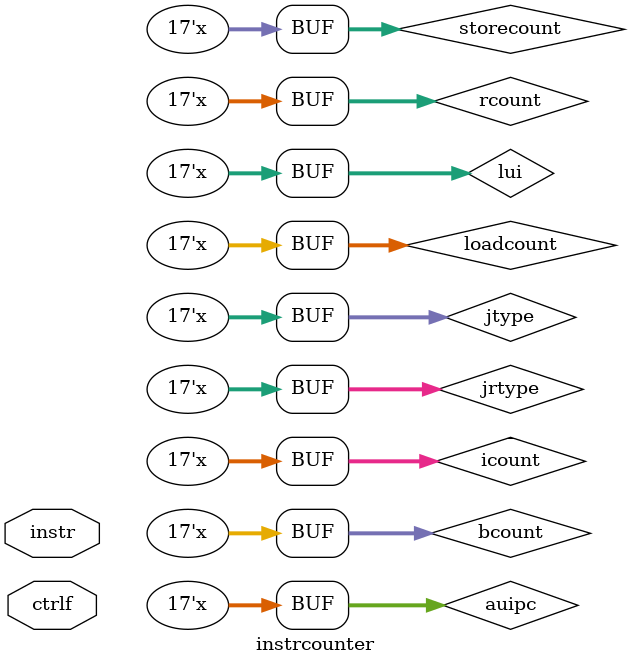
<source format=sv>
module instrcounter(instr,ctrlf);
parameter instrsize=32;

input reg [instrsize-1:0] instr;
input ctrlf;

reg [16:0] rcount,icount, bcount, loadcount, storecount,jtype, jrtype, auipc, lui;  

initial begin
rcount=0;
icount=0; 
bcount=0;
loadcount=0;
storecount=0;
jtype=0;
jrtype=0;
auipc=0;
lui=0;
end
always @(*) begin
$display("rcount=%d,icount=%d,bcount=%d,loadcount=%d,storecount=%d,jtype=%d,jrtype=%d ,auipc=%d,lui=%d", rcount,icount, bcount, loadcount, storecount,jtype, jrtype, auipc, lui); 
if (!ctrlf) begin
 case(instr[6:0])
			7'b0110011: rcount++;
			7'b0010011: icount++;
			7'b0100011: storecount++;
			7'b0000011: loadcount++;
			7'b1100011: bcount++;
			7'b0110111: lui++;
			7'b0010111: auipc++;
			7'b1101111: jtype++;
			7'b1100111: jrtype++;
			default:begin
			end
			endcase
end			
end
endmodule

</source>
